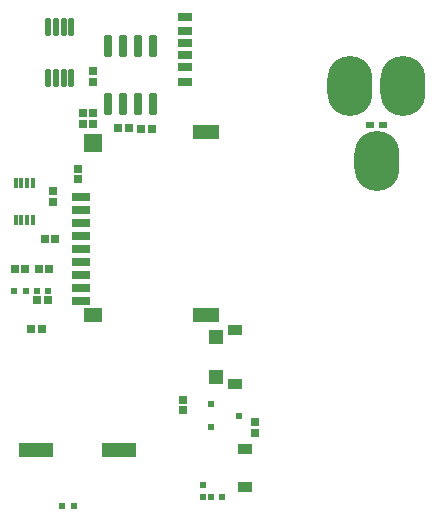
<source format=gtp>
G04*
G04 #@! TF.GenerationSoftware,Altium Limited,Altium Designer,20.0.13 (296)*
G04*
G04 Layer_Color=8421504*
%FSLAX25Y25*%
%MOIN*%
G70*
G01*
G75*
%ADD10R,0.02559X0.02520*%
%ADD11R,0.04803X0.03583*%
%ADD12R,0.02362X0.01968*%
%ADD13R,0.01968X0.02362*%
%ADD14R,0.04724X0.03543*%
%ADD15R,0.05118X0.04724*%
G04:AMPARAMS|DCode=16|XSize=57.09mil|YSize=18.9mil|CornerRadius=2.36mil|HoleSize=0mil|Usage=FLASHONLY|Rotation=270.000|XOffset=0mil|YOffset=0mil|HoleType=Round|Shape=RoundedRectangle|*
%AMROUNDEDRECTD16*
21,1,0.05709,0.01417,0,0,270.0*
21,1,0.05236,0.01890,0,0,270.0*
1,1,0.00472,-0.00709,-0.02618*
1,1,0.00472,-0.00709,0.02618*
1,1,0.00472,0.00709,0.02618*
1,1,0.00472,0.00709,-0.02618*
%
%ADD16ROUNDEDRECTD16*%
%ADD17R,0.02264X0.02441*%
%ADD18R,0.01181X0.03347*%
G04:AMPARAMS|DCode=19|XSize=74.8mil|YSize=23.62mil|CornerRadius=2.95mil|HoleSize=0mil|Usage=FLASHONLY|Rotation=90.000|XOffset=0mil|YOffset=0mil|HoleType=Round|Shape=RoundedRectangle|*
%AMROUNDEDRECTD19*
21,1,0.07480,0.01772,0,0,90.0*
21,1,0.06890,0.02362,0,0,90.0*
1,1,0.00591,0.00886,0.03445*
1,1,0.00591,0.00886,-0.03445*
1,1,0.00591,-0.00886,-0.03445*
1,1,0.00591,-0.00886,0.03445*
%
%ADD19ROUNDEDRECTD19*%
%ADD20R,0.04724X0.02756*%
%ADD21R,0.04724X0.02992*%
%ADD22R,0.04724X0.03150*%
%ADD23R,0.02520X0.02559*%
%ADD24R,0.11420X0.04720*%
%ADD25R,0.06299X0.02756*%
%ADD26R,0.08661X0.04724*%
%ADD27R,0.05906X0.04724*%
%ADD28R,0.05906X0.06299*%
%ADD47O,0.15000X0.20000*%
%ADD48R,0.02756X0.02362*%
D10*
X537772Y493500D02*
D03*
X534228D02*
D03*
X529772D02*
D03*
X526228D02*
D03*
X537272Y483000D02*
D03*
X533728D02*
D03*
X539772Y503500D02*
D03*
X536228D02*
D03*
X531728Y473500D02*
D03*
X535272D02*
D03*
X564272Y540500D02*
D03*
X560728D02*
D03*
X568457Y540000D02*
D03*
X572000D02*
D03*
D11*
X603000Y433500D02*
D03*
Y420626D02*
D03*
D12*
X542000Y414500D02*
D03*
X545937Y414500D02*
D03*
X591532Y417500D02*
D03*
X595469D02*
D03*
X529937Y486000D02*
D03*
X526000D02*
D03*
X533532Y486000D02*
D03*
X537468D02*
D03*
D13*
X589000Y417531D02*
D03*
Y421468D02*
D03*
D14*
X599551Y473055D02*
D03*
Y454945D02*
D03*
D15*
X593449Y470594D02*
D03*
Y457405D02*
D03*
D16*
X537441Y574000D02*
D03*
X540000D02*
D03*
X542559D02*
D03*
X545118D02*
D03*
Y556992D02*
D03*
X542559D02*
D03*
X540000D02*
D03*
X537441D02*
D03*
D17*
X601177Y444500D02*
D03*
X591823Y440760D02*
D03*
Y448240D02*
D03*
D18*
X526547Y522201D02*
D03*
X528516D02*
D03*
X530484D02*
D03*
X532453D02*
D03*
Y509799D02*
D03*
X530484D02*
D03*
X528516D02*
D03*
X526547D02*
D03*
D19*
X557500Y567665D02*
D03*
X562500D02*
D03*
X567500D02*
D03*
X572500D02*
D03*
Y548335D02*
D03*
X567500D02*
D03*
X562500D02*
D03*
X557500D02*
D03*
D20*
X583000Y564705D02*
D03*
Y568642D02*
D03*
D21*
Y572657D02*
D03*
Y560689D02*
D03*
D22*
Y577500D02*
D03*
Y555847D02*
D03*
D23*
X582500Y446228D02*
D03*
Y449772D02*
D03*
X606500Y442272D02*
D03*
Y438728D02*
D03*
X552500Y559272D02*
D03*
Y555728D02*
D03*
X549000Y545272D02*
D03*
Y541728D02*
D03*
X547500Y526772D02*
D03*
Y523228D02*
D03*
X552500Y545272D02*
D03*
Y541728D02*
D03*
X539000Y515728D02*
D03*
Y519272D02*
D03*
D24*
X533500Y433000D02*
D03*
X561060D02*
D03*
D25*
X548268Y482701D02*
D03*
Y487032D02*
D03*
Y491362D02*
D03*
Y495693D02*
D03*
Y500024D02*
D03*
Y504354D02*
D03*
Y508685D02*
D03*
Y513016D02*
D03*
Y517346D02*
D03*
D26*
X590000Y539000D02*
D03*
Y477976D02*
D03*
D27*
X552205D02*
D03*
D28*
Y535457D02*
D03*
D47*
X638121Y554369D02*
D03*
X646859Y529369D02*
D03*
X655621Y554369D02*
D03*
D48*
X649024Y541458D02*
D03*
X644694D02*
D03*
M02*

</source>
